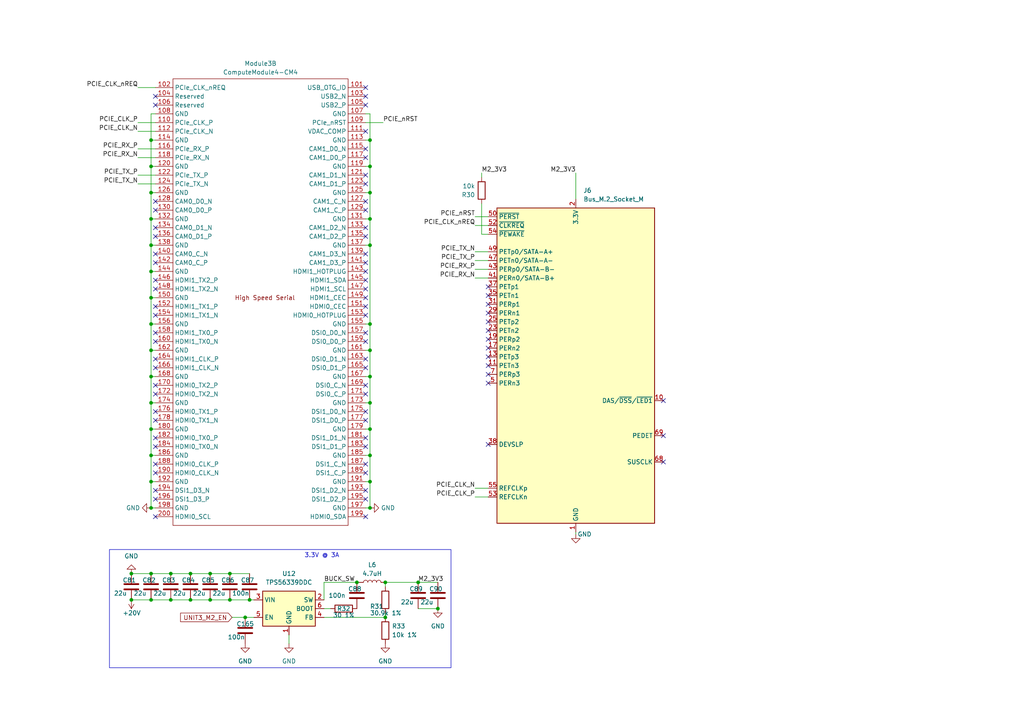
<source format=kicad_sch>
(kicad_sch (version 20231120) (generator "eeschema") (generator_version "8.0")
  (paper "A4")
  (lib_symbols
    (symbol "Connector:Bus_M.2_Socket_M"
      (property "Reference" "J" (at -22.86 46.99 0))
      (property "Value" "Bus_M.2_Socket_M" (at 16.51 46.99 0))
      (symbol "Bus_M.2_Socket_M_0_1"
        (rectangle (start -22.86 45.72) (end 22.86 -45.72) (stroke (width 0.254)) (fill (type background)))
      )
      (symbol "Bus_M.2_Socket_M_1_1"
        (pin power_in line (at 0 -48.26 90) (length 2.54) (name "GND") (number "1"))
        (pin bidirectional line (at 25.4 -10.16 180) (length 2.54) (name "DAS/~{DSS}/~{LED1}") (number "10"))
        (pin output line (at -25.4 0 0) (length 2.54) (name "PETn3") (number "11"))
        (pin passive line (at 0 48.26 270) (length 2.54) hide (name "3.3V") (number "12"))
        (pin output line (at -25.4 2.54 0) (length 2.54) (name "PETp3") (number "13"))
        (pin passive line (at 0 48.26 270) (length 2.54) hide (name "3.3V") (number "14"))
        (pin passive line (at 0 -48.26 90) (length 2.54) hide (name "GND") (number "15"))
        (pin passive line (at 0 48.26 270) (length 2.54) hide (name "3.3V") (number "16"))
        (pin input line (at -25.4 5.08 0) (length 2.54) (name "PERn2") (number "17"))
        (pin passive line (at 0 48.26 270) (length 2.54) hide (name "3.3V") (number "18"))
        (pin input line (at -25.4 7.62 0) (length 2.54) (name "PERp2") (number "19"))
        (pin power_in line (at 0 48.26 270) (length 2.54) (name "3.3V") (number "2"))
        (pin no_connect line (at 22.86 2.54 180) (length 2.54) hide (name "NC") (number "20"))
        (pin passive line (at 0 -48.26 90) (length 2.54) hide (name "GND") (number "21"))
        (pin no_connect line (at 22.86 5.08 180) (length 2.54) hide (name "NC") (number "22"))
        (pin output line (at -25.4 10.16 0) (length 2.54) (name "PETn2") (number "23"))
        (pin no_connect line (at 22.86 7.62 180) (length 2.54) hide (name "NC") (number "24"))
        (pin output line (at -25.4 12.7 0) (length 2.54) (name "PETp2") (number "25"))
        (pin no_connect line (at 22.86 10.16 180) (length 2.54) hide (name "NC") (number "26"))
        (pin passive line (at 0 -48.26 90) (length 2.54) hide (name "GND") (number "27"))
        (pin no_connect line (at 22.86 12.7 180) (length 2.54) hide (name "NC") (number "28"))
        (pin input line (at -25.4 15.24 0) (length 2.54) (name "PERn1") (number "29"))
        (pin passive line (at 0 -48.26 90) (length 2.54) hide (name "GND") (number "3"))
        (pin no_connect line (at 22.86 15.24 180) (length 2.54) hide (name "NC") (number "30"))
        (pin input line (at -25.4 17.78 0) (length 2.54) (name "PERp1") (number "31"))
        (pin no_connect line (at 22.86 17.78 180) (length 2.54) hide (name "NC") (number "32"))
        (pin passive line (at 0 -48.26 90) (length 2.54) hide (name "GND") (number "33"))
        (pin no_connect line (at 22.86 20.32 180) (length 2.54) hide (name "NC") (number "34"))
        (pin output line (at -25.4 20.32 0) (length 2.54) (name "PETn1") (number "35"))
        (pin no_connect line (at 22.86 22.86 180) (length 2.54) hide (name "NC") (number "36"))
        (pin output line (at -25.4 22.86 0) (length 2.54) (name "PETp1") (number "37"))
        (pin output line (at -25.4 -22.86 0) (length 2.54) (name "DEVSLP") (number "38"))
        (pin passive line (at 0 -48.26 90) (length 2.54) hide (name "GND") (number "39"))
        (pin passive line (at 0 48.26 270) (length 2.54) hide (name "3.3V") (number "4"))
        (pin no_connect line (at 22.86 25.4 180) (length 2.54) hide (name "NC") (number "40"))
        (pin input line (at -25.4 25.4 0) (length 2.54) (name "PERn0/SATA-B+") (number "41"))
        (pin no_connect line (at 22.86 27.94 180) (length 2.54) hide (name "NC") (number "42"))
        (pin input line (at -25.4 27.94 0) (length 2.54) (name "PERp0/SATA-B-") (number "43"))
        (pin no_connect line (at 22.86 30.48 180) (length 2.54) hide (name "NC") (number "44"))
        (pin passive line (at 0 -48.26 90) (length 2.54) hide (name "GND") (number "45"))
        (pin no_connect line (at 22.86 33.02 180) (length 2.54) hide (name "NC") (number "46"))
        (pin output line (at -25.4 30.48 0) (length 2.54) (name "PETn0/SATA-A-") (number "47"))
        (pin no_connect line (at 22.86 35.56 180) (length 2.54) hide (name "NC") (number "48"))
        (pin output line (at -25.4 33.02 0) (length 2.54) (name "PETp0/SATA-A+") (number "49"))
        (pin input line (at -25.4 -5.08 0) (length 2.54) (name "PERn3") (number "5"))
        (pin output line (at -25.4 43.18 0) (length 2.54) (name "~{PERST}") (number "50"))
        (pin passive line (at 0 -48.26 90) (length 2.54) hide (name "GND") (number "51"))
        (pin bidirectional line (at -25.4 40.64 0) (length 2.54) (name "~{CLKREQ}") (number "52"))
        (pin output line (at -25.4 -38.1 0) (length 2.54) (name "REFCLKn") (number "53"))
        (pin bidirectional line (at -25.4 38.1 0) (length 2.54) (name "~{PEWAKE}") (number "54"))
        (pin output line (at -25.4 -35.56 0) (length 2.54) (name "REFCLKp") (number "55"))
        (pin no_connect line (at 22.86 38.1 180) (length 2.54) hide (name "NC") (number "56"))
        (pin passive line (at 0 -48.26 90) (length 2.54) hide (name "GND") (number "57"))
        (pin no_connect line (at 22.86 40.64 180) (length 2.54) hide (name "NC") (number "58"))
        (pin no_connect line (at 22.86 -2.54 180) (length 2.54) hide (name "NC") (number "6"))
        (pin no_connect line (at 22.86 -5.08 180) (length 2.54) hide (name "NC") (number "67"))
        (pin output line (at 25.4 -27.94 180) (length 2.54) (name "SUSCLK") (number "68"))
        (pin passive line (at 25.4 -20.32 180) (length 2.54) (name "PEDET") (number "69"))
        (pin input line (at -25.4 -2.54 0) (length 2.54) (name "PERp3") (number "7"))
        (pin passive line (at 0 48.26 270) (length 2.54) hide (name "3.3V") (number "70"))
        (pin passive line (at 0 -48.26 90) (length 2.54) hide (name "GND") (number "71"))
        (pin passive line (at 0 48.26 270) (length 2.54) hide (name "3.3V") (number "72"))
        (pin passive line (at 0 -48.26 90) (length 2.54) hide (name "GND") (number "73"))
        (pin passive line (at 0 48.26 270) (length 2.54) hide (name "3.3V") (number "74"))
        (pin passive line (at 0 -48.26 90) (length 2.54) hide (name "GND") (number "75"))
        (pin no_connect line (at 22.86 0 180) (length 2.54) hide (name "NC") (number "8"))
        (pin passive line (at 0 -48.26 90) (length 2.54) hide (name "GND") (number "9"))
      )
    )
    (symbol "Device:C" (pin_numbers hide) (pin_names (offset 0.254))
      (property "Reference" "C" (at 0.635 2.54 0))
      (property "Value" "C" (at 0.635 -2.54 0))
      (symbol "C_0_1"
        (polyline (pts (xy -2.032 -0.762) (xy 2.032 -0.762)) (stroke (width 0.508)))
        (polyline (pts (xy -2.032 0.762) (xy 2.032 0.762)) (stroke (width 0.508)))
      )
      (symbol "C_1_1"
        (pin passive line (at 0 3.81 270) (length 2.794) (name "~") (number "1"))
        (pin passive line (at 0 -3.81 90) (length 2.794) (name "~") (number "2"))
      )
    )
    (symbol "Device:L" (pin_numbers hide) (pin_names (offset 1.016) hide)
      (property "Reference" "L" (at -1.27 0 90))
      (property "Value" "L" (at 1.905 0 90))
      (symbol "L_0_1"
        (arc (start 0 -2.54) (mid 0.6323 -1.905) (end 0 -1.27))
        (arc (start 0 -1.27) (mid 0.6323 -0.635) (end 0 0))
        (arc (start 0 0) (mid 0.6323 0.635) (end 0 1.27))
        (arc (start 0 1.27) (mid 0.6323 1.905) (end 0 2.54))
      )
      (symbol "L_1_1"
        (pin passive line (at 0 3.81 270) (length 1.27) (name "1") (number "1"))
        (pin passive line (at 0 -3.81 90) (length 1.27) (name "2") (number "2"))
      )
    )
    (symbol "Device:R" (pin_numbers hide) (pin_names (offset 0))
      (property "Reference" "R" (at 2.032 0 90))
      (property "Value" "R" (at 0 0 90))
      (symbol "R_0_1"
        (rectangle (start -1.016 -2.54) (end 1.016 2.54) (stroke (width 0.254)))
      )
      (symbol "R_1_1"
        (pin passive line (at 0 3.81 270) (length 1.27) (name "~") (number "1"))
        (pin passive line (at 0 -3.81 90) (length 1.27) (name "~") (number "2"))
      )
    )
    (symbol "Magi:+20V" (power) (pin_names (offset 0))
      (property "Value" "+20V" (at 0 3.556 0))
      (symbol "+20V_0_1"
        (polyline (pts (xy -0.762 1.27) (xy 0 2.54)))
        (polyline (pts (xy 0 0) (xy 0 2.54)))
        (polyline (pts (xy 0 2.54) (xy 0.762 1.27)))
      )
      (symbol "+20V_1_1"
        (pin power_in line (at 0 0 90) (length 0) hide (name "+20V") (number "1"))
      )
    )
    (symbol "Magi:ComputeModule4-CM4"
      (property "Reference" "Module" (at 113.03 -68.58 0))
      (property "Value" "ComputeModule4-CM4" (at 140.97 2.54 0))
      (property "Field4" "Hirose" (at 0 0 0))
      (property "Field5" "2x DF40C-100DS-0.4V" (at 0 -2.54 0))
      (symbol "ComputeModule4-CM4_1_0"
        (text "GPIO" (at 0 6.35 0) (effects (font (size 1.27 1.27))))
      )
      (symbol "ComputeModule4-CM4_1_1"
        (rectangle (start -30.48 -71.12) (end 25.4 58.42))
        (text "600mA Max" (at -8.89 -53.34 0) (effects (font (size 1.27 1.27))))
        (text "600mA Max" (at -8.89 -48.26 0) (effects (font (size 1.27 1.27))))
        (text "NB SD signals are only available" (at -1.27 -27.94 0) (effects (font (size 1.27 1.27))))
        (text "on modules without eMMC" (at -1.27 -30.48 0) (effects (font (size 1.27 1.27))))
        (pin power_in line (at 27.94 55.88 180) (length 2.54) (name "GND") (number "1"))
        (pin passive line (at -33.02 45.72 0) (length 2.54) (name "Ethernet_Pair0_N") (number "10"))
        (pin output line (at -33.02 -68.58 0) (length 2.54) (name "nEXTRST") (number "100"))
        (pin passive line (at 27.94 43.18 180) (length 2.54) (name "Ethernet_Pair2_P") (number "11"))
        (pin passive line (at -33.02 43.18 0) (length 2.54) (name "Ethernet_Pair0_P") (number "12"))
        (pin power_in line (at 27.94 40.64 180) (length 2.54) (name "GND") (number "13"))
        (pin power_in line (at -33.02 40.64 0) (length 2.54) (name "GND") (number "14"))
        (pin output line (at 27.94 38.1 180) (length 2.54) (name "Ethernet_nLED3(3.3v)") (number "15"))
        (pin input line (at -33.02 38.1 0) (length 2.54) (name "Ethernet_SYNC_IN(1.8v)") (number "16"))
        (pin output line (at 27.94 35.56 180) (length 2.54) (name "Ethernet_nLED2(3.3v)") (number "17"))
        (pin input line (at -33.02 35.56 0) (length 2.54) (name "Ethernet_SYNC_OUT(1.8v)") (number "18"))
        (pin output line (at 27.94 33.02 180) (length 2.54) (name "Ethernet_nLED1(3.3v)") (number "19"))
        (pin power_in line (at -33.02 55.88 0) (length 2.54) (name "GND") (number "2"))
        (pin passive line (at -33.02 33.02 0) (length 2.54) (name "EEPROM_nWP") (number "20"))
        (pin open_collector line (at 27.94 30.48 180) (length 2.54) (name "PI_nLED_Activity") (number "21"))
        (pin power_in line (at -33.02 30.48 0) (length 2.54) (name "GND") (number "22"))
        (pin power_in line (at 27.94 27.94 180) (length 2.54) (name "GND") (number "23"))
        (pin passive line (at -33.02 27.94 0) (length 2.54) (name "GPIO26") (number "24"))
        (pin passive line (at 27.94 25.4 180) (length 2.54) (name "GPIO21") (number "25"))
        (pin passive line (at -33.02 25.4 0) (length 2.54) (name "GPIO19") (number "26"))
        (pin passive line (at 27.94 22.86 180) (length 2.54) (name "GPIO20") (number "27"))
        (pin passive line (at -33.02 22.86 0) (length 2.54) (name "GPIO13") (number "28"))
        (pin passive line (at 27.94 20.32 180) (length 2.54) (name "GPIO16") (number "29"))
        (pin passive line (at 27.94 53.34 180) (length 2.54) (name "Ethernet_Pair3_P") (number "3"))
        (pin passive line (at -33.02 20.32 0) (length 2.54) (name "GPIO6") (number "30"))
        (pin passive line (at 27.94 17.78 180) (length 2.54) (name "GPIO12") (number "31"))
        (pin power_in line (at -33.02 17.78 0) (length 2.54) (name "GND") (number "32"))
        (pin power_in line (at 27.94 15.24 180) (length 2.54) (name "GND") (number "33"))
        (pin passive line (at -33.02 15.24 0) (length 2.54) (name "GPIO5") (number "34"))
        (pin passive line (at 27.94 12.7 180) (length 2.54) (name "ID_SC") (number "35"))
        (pin passive line (at -33.02 12.7 0) (length 2.54) (name "ID_SD") (number "36"))
        (pin passive line (at 27.94 10.16 180) (length 2.54) (name "GPIO7") (number "37"))
        (pin passive line (at -33.02 10.16 0) (length 2.54) (name "GPIO11") (number "38"))
        (pin passive line (at 27.94 7.62 180) (length 2.54) (name "GPIO8") (number "39"))
        (pin passive line (at -33.02 53.34 0) (length 2.54) (name "Ethernet_Pair1_P") (number "4"))
        (pin passive line (at -33.02 7.62 0) (length 2.54) (name "GPIO9") (number "40"))
        (pin passive line (at 27.94 5.08 180) (length 2.54) (name "GPIO25") (number "41"))
        (pin power_in line (at -33.02 5.08 0) (length 2.54) (name "GND") (number "42"))
        (pin power_in line (at 27.94 2.54 180) (length 2.54) (name "GND") (number "43"))
        (pin passive line (at -33.02 2.54 0) (length 2.54) (name "GPIO10") (number "44"))
        (pin passive line (at 27.94 0 180) (length 2.54) (name "GPIO24") (number "45"))
        (pin passive line (at -33.02 0 0) (length 2.54) (name "GPIO22") (number "46"))
        (pin passive line (at 27.94 -2.54 180) (length 2.54) (name "GPIO23") (number "47"))
        (pin passive line (at -33.02 -2.54 0) (length 2.54) (name "GPIO27") (number "48"))
        (pin passive line (at 27.94 -5.08 180) (length 2.54) (name "GPIO18") (number "49"))
        (pin passive line (at 27.94 50.8 180) (length 2.54) (name "Ethernet_Pair3_N") (number "5"))
        (pin passive line (at -33.02 -5.08 0) (length 2.54) (name "GPIO17") (number "50"))
        (pin passive line (at 27.94 -7.62 180) (length 2.54) (name "GPIO15") (number "51"))
        (pin power_in line (at -33.02 -7.62 0) (length 2.54) (name "GND") (number "52"))
        (pin power_in line (at 27.94 -10.16 180) (length 2.54) (name "GND") (number "53"))
        (pin passive line (at -33.02 -10.16 0) (length 2.54) (name "GPIO4") (number "54"))
        (pin passive line (at 27.94 -12.7 180) (length 2.54) (name "GPIO14") (number "55"))
        (pin passive line (at -33.02 -12.7 0) (length 2.54) (name "GPIO3") (number "56"))
        (pin passive line (at 27.94 -15.24 180) (length 2.54) (name "SD_CLK") (number "57"))
        (pin passive line (at -33.02 -15.24 0) (length 2.54) (name "GPIO2") (number "58"))
        (pin power_in line (at 27.94 -17.78 180) (length 2.54) (name "GND") (number "59"))
        (pin passive line (at -33.02 50.8 0) (length 2.54) (name "Ethernet_Pair1_N") (number "6"))
        (pin power_in line (at -33.02 -17.78 0) (length 2.54) (name "GND") (number "60"))
        (pin passive line (at 27.94 -20.32 180) (length 2.54) (name "SD_DAT3") (number "61"))
        (pin passive line (at -33.02 -20.32 0) (length 2.54) (name "SD_CMD") (number "62"))
        (pin passive line (at 27.94 -22.86 180) (length 2.54) (name "SD_DAT0") (number "63"))
        (pin passive line (at -33.02 -22.86 0) (length 2.54) (name "SD_DAT5") (number "64"))
        (pin power_in line (at 27.94 -25.4 180) (length 2.54) (name "GND") (number "65"))
        (pin power_in line (at -33.02 -25.4 0) (length 2.54) (name "GND") (number "66"))
        (pin passive line (at 27.94 -27.94 180) (length 2.54) (name "SD_DAT1") (number "67"))
        (pin passive line (at -33.02 -27.94 0) (length 2.54) (name "SD_DAT4") (number "68"))
        (pin passive line (at 27.94 -30.48 180) (length 2.54) (name "SD_DAT2") (number "69"))
        (pin power_in line (at 27.94 48.26 180) (length 2.54) (name "GND") (number "7"))
        (pin passive line (at -33.02 -30.48 0) (length 2.54) (name "SD_DAT7") (number "70"))
        (pin power_in line (at 27.94 -33.02 180) (length 2.54) (name "GND") (number "71"))
        (pin passive line (at -33.02 -33.02 0) (length 2.54) (name "SD_DAT6") (number "72"))
        (pin input line (at 27.94 -35.56 180) (length 2.54) (name "SD_VDD_Override") (number "73"))
        (pin power_in line (at -33.02 -35.56 0) (length 2.54) (name "GND") (number "74"))
        (pin output line (at 27.94 -38.1 180) (length 2.54) (name "SD_PWR_ON") (number "75"))
        (pin passive line (at -33.02 -38.1 0) (length 2.54) (name "Reserved") (number "76"))
        (pin power_in line (at 27.94 -40.64 180) (length 2.54) (name "+5v_(Input)") (number "77"))
        (pin power_in line (at -33.02 -40.64 0) (length 2.54) (name "GPIO_VREF(1.8v/3.3v_Input)") (number "78"))
        (pin power_in line (at 27.94 -43.18 180) (length 2.54) (name "+5v_(Input)") (number "79"))
        (pin power_in line (at -33.02 48.26 0) (length 2.54) (name "GND") (number "8"))
        (pin passive line (at -33.02 -43.18 0) (length 2.54) (name "SCL0") (number "80"))
        (pin power_in line (at 27.94 -45.72 180) (length 2.54) (name "+5v_(Input)") (number "81"))
        (pin passive line (at -33.02 -45.72 0) (length 2.54) (name "SDA0") (number "82"))
        (pin power_in line (at 27.94 -48.26 180) (length 2.54) (name "+5v_(Input)") (number "83"))
        (pin power_out line (at -33.02 -48.26 0) (length 2.54) (name "+3.3v_(Output)") (number "84"))
        (pin power_in line (at 27.94 -50.8 180) (length 2.54) (name "+5v_(Input)") (number "85"))
        (pin power_out line (at -33.02 -50.8 0) (length 2.54) (name "+3.3v_(Output)") (number "86"))
        (pin power_in line (at 27.94 -53.34 180) (length 2.54) (name "+5v_(Input)") (number "87"))
        (pin power_out line (at -33.02 -53.34 0) (length 2.54) (name "+1.8v_(Output)") (number "88"))
        (pin power_in line (at 27.94 -55.88 180) (length 2.54) (name "WiFi_nDisable") (number "89"))
        (pin passive line (at 27.94 45.72 180) (length 2.54) (name "Ethernet_Pair2_N") (number "9"))
        (pin power_out line (at -33.02 -55.88 0) (length 2.54) (name "+1.8v_(Output)") (number "90"))
        (pin power_in line (at 27.94 -58.42 180) (length 2.54) (name "BT_nDisable") (number "91"))
        (pin passive line (at -33.02 -58.42 0) (length 2.54) (name "RUN_PG") (number "92"))
        (pin input line (at 27.94 -60.96 180) (length 2.54) (name "nRPIBOOT") (number "93"))
        (pin passive line (at -33.02 -60.96 0) (length 2.54) (name "AnalogIP1") (number "94"))
        (pin output line (at 27.94 -63.5 180) (length 2.54) (name "nPI_LED_PWR") (number "95"))
        (pin passive line (at -33.02 -63.5 0) (length 2.54) (name "AnalogIP0") (number "96"))
        (pin passive line (at 27.94 -66.04 180) (length 2.54) (name "Camera_GPIO") (number "97"))
        (pin power_in line (at -33.02 -66.04 0) (length 2.54) (name "GND") (number "98"))
        (pin input line (at 27.94 -68.58 180) (length 2.54) (name "Global_EN") (number "99"))
      )
      (symbol "ComputeModule4-CM4_2_1"
        (rectangle (start 114.3 -66.04) (end 165.1 63.5))
        (text "High Speed Serial" (at 140.97 0 0) (effects (font (size 1.27 1.27))))
        (pin input line (at 170.18 60.96 180) (length 5.08) (name "USB_OTG_ID") (number "101"))
        (pin input line (at 109.22 60.96 0) (length 5.08) (name "PCIe_CLK_nREQ") (number "102"))
        (pin passive line (at 170.18 58.42 180) (length 5.08) (name "USB2_N") (number "103"))
        (pin passive line (at 109.22 58.42 0) (length 5.08) (name "Reserved") (number "104"))
        (pin passive line (at 170.18 55.88 180) (length 5.08) (name "USB2_P") (number "105"))
        (pin passive line (at 109.22 55.88 0) (length 5.08) (name "Reserved") (number "106"))
        (pin power_in line (at 170.18 53.34 180) (length 5.08) (name "GND") (number "107"))
        (pin power_in line (at 109.22 53.34 0) (length 5.08) (name "GND") (number "108"))
        (pin bidirectional line (at 170.18 50.8 180) (length 5.08) (name "PCIe_nRST") (number "109"))
        (pin output line (at 109.22 50.8 0) (length 5.08) (name "PCIe_CLK_P") (number "110"))
        (pin passive line (at 170.18 48.26 180) (length 5.08) (name "VDAC_COMP") (number "111"))
        (pin output line (at 109.22 48.26 0) (length 5.08) (name "PCIe_CLK_N") (number "112"))
        (pin power_in line (at 170.18 45.72 180) (length 5.08) (name "GND") (number "113"))
        (pin power_in line (at 109.22 45.72 0) (length 5.08) (name "GND") (number "114"))
        (pin input line (at 170.18 43.18 180) (length 5.08) (name "CAM1_D0_N") (number "115"))
        (pin input line (at 109.22 43.18 0) (length 5.08) (name "PCIe_RX_P") (number "116"))
        (pin input line (at 170.18 40.64 180) (length 5.08) (name "CAM1_D0_P") (number "117"))
        (pin input line (at 109.22 40.64 0) (length 5.08) (name "PCIe_RX_N") (number "118"))
        (pin power_in line (at 170.18 38.1 180) (length 5.08) (name "GND") (number "119"))
        (pin power_in line (at 109.22 38.1 0) (length 5.08) (name "GND") (number "120"))
        (pin input line (at 170.18 35.56 180) (length 5.08) (name "CAM1_D1_N") (number "121"))
        (pin output line (at 109.22 35.56 0) (length 5.08) (name "PCIe_TX_P") (number "122"))
        (pin input line (at 170.18 33.02 180) (length 5.08) (name "CAM1_D1_P") (number "123"))
        (pin output line (at 109.22 33.02 0) (length 5.08) (name "PCIe_TX_N") (number "124"))
        (pin power_in line (at 170.18 30.48 180) (length 5.08) (name "GND") (number "125"))
        (pin power_in line (at 109.22 30.48 0) (length 5.08) (name "GND") (number "126"))
        (pin input line (at 170.18 27.94 180) (length 5.08) (name "CAM1_C_N") (number "127"))
        (pin input line (at 109.22 27.94 0) (length 5.08) (name "CAM0_D0_N") (number "128"))
        (pin input line (at 170.18 25.4 180) (length 5.08) (name "CAM1_C_P") (number "129"))
        (pin input line (at 109.22 25.4 0) (length 5.08) (name "CAM0_D0_P") (number "130"))
        (pin power_in line (at 170.18 22.86 180) (length 5.08) (name "GND") (number "131"))
        (pin power_in line (at 109.22 22.86 0) (length 5.08) (name "GND") (number "132"))
        (pin input line (at 170.18 20.32 180) (length 5.08) (name "CAM1_D2_N") (number "133"))
        (pin input line (at 109.22 20.32 0) (length 5.08) (name "CAM0_D1_N") (number "134"))
        (pin input line (at 170.18 17.78 180) (length 5.08) (name "CAM1_D2_P") (number "135"))
        (pin input line (at 109.22 17.78 0) (length 5.08) (name "CAM0_D1_P") (number "136"))
        (pin power_in line (at 170.18 15.24 180) (length 5.08) (name "GND") (number "137"))
        (pin power_in line (at 109.22 15.24 0) (length 5.08) (name "GND") (number "138"))
        (pin input line (at 170.18 12.7 180) (length 5.08) (name "CAM1_D3_N") (number "139"))
        (pin input line (at 109.22 12.7 0) (length 5.08) (name "CAM0_C_N") (number "140"))
        (pin input line (at 170.18 10.16 180) (length 5.08) (name "CAM1_D3_P") (number "141"))
        (pin input line (at 109.22 10.16 0) (length 5.08) (name "CAM0_C_P") (number "142"))
        (pin input line (at 170.18 7.62 180) (length 5.08) (name "HDMI1_HOTPLUG") (number "143"))
        (pin power_in line (at 109.22 7.62 0) (length 5.08) (name "GND") (number "144"))
        (pin bidirectional line (at 170.18 5.08 180) (length 5.08) (name "HDMI1_SDA") (number "145"))
        (pin output line (at 109.22 5.08 0) (length 5.08) (name "HDMI1_TX2_P") (number "146"))
        (pin open_collector line (at 170.18 2.54 180) (length 5.08) (name "HDMI1_SCL") (number "147"))
        (pin output line (at 109.22 2.54 0) (length 5.08) (name "HDMI1_TX2_N") (number "148"))
        (pin open_collector line (at 170.18 0 180) (length 5.08) (name "HDMI1_CEC") (number "149"))
        (pin power_in line (at 109.22 0 0) (length 5.08) (name "GND") (number "150"))
        (pin open_collector line (at 170.18 -2.54 180) (length 5.08) (name "HDMI0_CEC") (number "151"))
        (pin output line (at 109.22 -2.54 0) (length 5.08) (name "HDMI1_TX1_P") (number "152"))
        (pin input line (at 170.18 -5.08 180) (length 5.08) (name "HDMI0_HOTPLUG") (number "153"))
        (pin output line (at 109.22 -5.08 0) (length 5.08) (name "HDMI1_TX1_N") (number "154"))
        (pin power_in line (at 170.18 -7.62 180) (length 5.08) (name "GND") (number "155"))
        (pin power_in line (at 109.22 -7.62 0) (length 5.08) (name "GND") (number "156"))
        (pin output line (at 170.18 -10.16 180) (length 5.08) (name "DSI0_D0_N") (number "157"))
        (pin output line (at 109.22 -10.16 0) (length 5.08) (name "HDMI1_TX0_P") (number "158"))
        (pin output line (at 170.18 -12.7 180) (length 5.08) (name "DSI0_D0_P") (number "159"))
        (pin output line (at 109.22 -12.7 0) (length 5.08) (name "HDMI1_TX0_N") (number "160"))
        (pin power_in line (at 170.18 -15.24 180) (length 5.08) (name "GND") (number "161"))
        (pin power_in line (at 109.22 -15.24 0) (length 5.08) (name "GND") (number "162"))
        (pin output line (at 170.18 -17.78 180) (length 5.08) (name "DSI0_D1_N") (number "163"))
        (pin output line (at 109.22 -17.78 0) (length 5.08) (name "HDMI1_CLK_P") (number "164"))
        (pin output line (at 170.18 -20.32 180) (length 5.08) (name "DSI0_D1_P") (number "165"))
        (pin output line (at 109.22 -20.32 0) (length 5.08) (name "HDMI1_CLK_N") (number "166"))
        (pin power_in line (at 170.18 -22.86 180) (length 5.08) (name "GND") (number "167"))
        (pin power_in line (at 109.22 -22.86 0) (length 5.08) (name "GND") (number "168"))
        (pin output line (at 170.18 -25.4 180) (length 5.08) (name "DSI0_C_N") (number "169"))
        (pin output line (at 109.22 -25.4 0) (length 5.08) (name "HDMI0_TX2_P") (number "170"))
        (pin output line (at 170.18 -27.94 180) (length 5.08) (name "DSI0_C_P") (number "171"))
        (pin output line (at 109.22 -27.94 0) (length 5.08) (name "HDMI0_TX2_N") (number "172"))
        (pin power_in line (at 170.18 -30.48 180) (length 5.08) (name "GND") (number "173"))
        (pin power_in line (at 109.22 -30.48 0) (length 5.08) (name "GND") (number "174"))
        (pin output line (at 170.18 -33.02 180) (length 5.08) (name "DSI1_D0_N") (number "175"))
        (pin output line (at 109.22 -33.02 0) (length 5.08) (name "HDMI0_TX1_P") (number "176"))
        (pin output line (at 170.18 -35.56 180) (length 5.08) (name "DSI1_D0_P") (number "177"))
        (pin output line (at 109.22 -35.56 0) (length 5.08) (name "HDMI0_TX1_N") (number "178"))
        (pin power_in line (at 170.18 -38.1 180) (length 5.08) (name "GND") (number "179"))
        (pin power_in line (at 109.22 -38.1 0) (length 5.08) (name "GND") (number "180"))
        (pin output line (at 170.18 -40.64 180) (length 5.08) (name "DSI1_D1_N") (number "181"))
        (pin output line (at 109.22 -40.64 0) (length 5.08) (name "HDMI0_TX0_P") (number "182"))
        (pin output line (at 170.18 -43.18 180) (length 5.08) (name "DSI1_D1_P") (number "183"))
        (pin output line (at 109.22 -43.18 0) (length 5.08) (name "HDMI0_TX0_N") (number "184"))
        (pin power_in line (at 170.18 -45.72 180) (length 5.08) (name "GND") (number "185"))
        (pin power_in line (at 109.22 -45.72 0) (length 5.08) (name "GND") (number "186"))
        (pin output line (at 170.18 -48.26 180) (length 5.08) (name "DSI1_C_N") (number "187"))
        (pin output line (at 109.22 -48.26 0) (length 5.08) (name "HDMI0_CLK_P") (number "188"))
        (pin output line (at 170.18 -50.8 180) (length 5.08) (name "DSI1_C_P") (number "189"))
        (pin output line (at 109.22 -50.8 0) (length 5.08) (name "HDMI0_CLK_N") (number "190"))
        (pin power_in line (at 170.18 -53.34 180) (length 5.08) (name "GND") (number "191"))
        (pin power_in line (at 109.22 -53.34 0) (length 5.08) (name "GND") (number "192"))
        (pin output line (at 170.18 -55.88 180) (length 5.08) (name "DSI1_D2_N") (number "193"))
        (pin output line (at 109.22 -55.88 0) (length 5.08) (name "DSI1_D3_N") (number "194"))
        (pin output line (at 170.18 -58.42 180) (length 5.08) (name "DSI1_D2_P") (number "195"))
        (pin output line (at 109.22 -58.42 0) (length 5.08) (name "DSI1_D3_P") (number "196"))
        (pin power_in line (at 170.18 -60.96 180) (length 5.08) (name "GND") (number "197"))
        (pin power_in line (at 109.22 -60.96 0) (length 5.08) (name "GND") (number "198"))
        (pin bidirectional line (at 170.18 -63.5 180) (length 5.08) (name "HDMI0_SDA") (number "199"))
        (pin open_collector line (at 109.22 -63.5 0) (length 5.08) (name "HDMI0_SCL") (number "200"))
      )
    )
    (symbol "Regulator_Switching:TPS56339DDC"
      (property "Reference" "U" (at -7.62 6.35 0))
      (property "Value" "TPS56339DDC" (at -2.54 6.35 0))
      (symbol "TPS56339DDC_0_1"
        (rectangle (start -7.62 5.08) (end 7.62 -5.08) (stroke (width 0.254)) (fill (type background)))
      )
      (symbol "TPS56339DDC_1_1"
        (pin power_in line (at 0 -7.62 90) (length 2.54) (name "GND") (number "1"))
        (pin power_out line (at 10.16 2.54 180) (length 2.54) (name "SW") (number "2"))
        (pin power_in line (at -10.16 2.54 0) (length 2.54) (name "VIN") (number "3"))
        (pin input line (at 10.16 -2.54 180) (length 2.54) (name "FB") (number "4"))
        (pin input line (at -10.16 -2.54 0) (length 2.54) (name "EN") (number "5"))
        (pin passive line (at 10.16 0 180) (length 2.54) (name "BOOT") (number "6"))
      )
    )
    (symbol "power:GND" (power) (pin_names (offset 0))
      (property "Value" "GND" (at 0 -3.81 0))
      (symbol "GND_0_1"
        (polyline (pts (xy 0 0) (xy 0 -1.27) (xy 1.27 -1.27) (xy 0 -2.54) (xy -1.27 -1.27) (xy 0 -1.27)))
      )
      (symbol "GND_1_1"
        (pin power_in line (at 0 0 270) (length 0) hide (name "GND") (number "1"))
      )
    )
  )
  (junction (at 49.53 166.37))
  (junction (at 107.315 63.5))
  (junction (at 103.505 168.91))
  (junction (at 43.815 55.88))
  (junction (at 43.815 109.22))
  (junction (at 43.815 166.37))
  (junction (at 43.815 93.98))
  (junction (at 38.1 173.99))
  (junction (at 43.815 86.36))
  (junction (at 107.315 147.32))
  (junction (at 38.1 166.37))
  (junction (at 43.815 147.32))
  (junction (at 43.815 139.7))
  (junction (at 43.815 40.64))
  (junction (at 60.96 166.37))
  (junction (at 60.96 173.99))
  (junction (at 71.12 179.07))
  (junction (at 107.315 48.26))
  (junction (at 43.815 132.08))
  (junction (at 107.315 116.84))
  (junction (at 107.315 40.64))
  (junction (at 107.315 124.46))
  (junction (at 107.315 132.08))
  (junction (at 107.315 55.88))
  (junction (at 43.815 116.84))
  (junction (at 43.815 78.74))
  (junction (at 43.815 173.99))
  (junction (at 55.245 173.99))
  (junction (at 107.315 101.6))
  (junction (at 43.815 63.5))
  (junction (at 107.315 109.22))
  (junction (at 49.53 173.99))
  (junction (at 43.815 124.46))
  (junction (at 72.39 173.99))
  (junction (at 107.315 139.7))
  (junction (at 127 176.53))
  (junction (at 107.315 71.12))
  (junction (at 121.285 168.91))
  (junction (at 111.76 179.07))
  (junction (at 43.815 71.12))
  (junction (at 107.315 93.98))
  (junction (at 55.245 166.37))
  (junction (at 43.815 48.26))
  (junction (at 111.76 168.91))
  (junction (at 43.815 101.6))
  (junction (at 66.675 166.37))
  (junction (at 66.675 173.99))
  (no_connect (at 141.605 128.905))
  (no_connect (at 141.605 106.045))
  (no_connect (at 106.045 104.14))
  (no_connect (at 45.085 111.76))
  (no_connect (at 45.085 66.04))
  (no_connect (at 106.045 96.52))
  (no_connect (at 106.045 144.78))
  (no_connect (at 141.605 103.505))
  (no_connect (at 106.045 88.9))
  (no_connect (at 141.605 108.585))
  (no_connect (at 45.085 96.52))
  (no_connect (at 192.405 116.205))
  (no_connect (at 192.405 133.985))
  (no_connect (at 106.045 81.28))
  (no_connect (at 141.605 111.125))
  (no_connect (at 106.045 58.42))
  (no_connect (at 106.045 134.62))
  (no_connect (at 106.045 106.68))
  (no_connect (at 106.045 38.1))
  (no_connect (at 141.605 85.725))
  (no_connect (at 45.085 142.24))
  (no_connect (at 106.045 91.44))
  (no_connect (at 45.085 76.2))
  (no_connect (at 106.045 76.2))
  (no_connect (at 106.045 66.04))
  (no_connect (at 106.045 73.66))
  (no_connect (at 106.045 78.74))
  (no_connect (at 106.045 127))
  (no_connect (at 141.605 98.425))
  (no_connect (at 106.045 43.18))
  (no_connect (at 106.045 114.3))
  (no_connect (at 45.085 91.44))
  (no_connect (at 141.605 83.185))
  (no_connect (at 106.045 45.72))
  (no_connect (at 45.085 58.42))
  (no_connect (at 106.045 30.48))
  (no_connect (at 106.045 119.38))
  (no_connect (at 106.045 50.8))
  (no_connect (at 45.085 27.94))
  (no_connect (at 192.405 126.365))
  (no_connect (at 106.045 111.76))
  (no_connect (at 141.605 90.805))
  (no_connect (at 45.085 149.86))
  (no_connect (at 141.605 88.265))
  (no_connect (at 106.045 68.58))
  (no_connect (at 141.605 100.965))
  (no_connect (at 45.085 137.16))
  (no_connect (at 45.085 127))
  (no_connect (at 45.085 114.3))
  (no_connect (at 106.045 25.4))
  (no_connect (at 45.085 88.9))
  (no_connect (at 45.085 144.78))
  (no_connect (at 45.085 129.54))
  (no_connect (at 45.085 121.92))
  (no_connect (at 141.605 93.345))
  (no_connect (at 106.045 99.06))
  (no_connect (at 45.085 60.96))
  (no_connect (at 45.085 73.66))
  (no_connect (at 106.045 53.34))
  (no_connect (at 106.045 142.24))
  (no_connect (at 106.045 60.96))
  (no_connect (at 106.045 149.86))
  (no_connect (at 106.045 86.36))
  (no_connect (at 106.045 137.16))
  (no_connect (at 45.085 83.82))
  (no_connect (at 45.085 106.68))
  (no_connect (at 106.045 121.92))
  (no_connect (at 141.605 95.885))
  (no_connect (at 106.045 129.54))
  (no_connect (at 45.085 30.48))
  (no_connect (at 45.085 68.58))
  (no_connect (at 45.085 134.62))
  (no_connect (at 106.045 27.94))
  (no_connect (at 45.085 104.14))
  (no_connect (at 106.045 83.82))
  (no_connect (at 45.085 119.38))
  (no_connect (at 45.085 81.28))
  (no_connect (at 45.085 99.06))
  (wire (pts (xy 43.815 116.84) (xy 45.085 116.84)))
  (wire (pts (xy 107.315 71.12) (xy 107.315 93.98)))
  (wire (pts (xy 60.96 173.99) (xy 66.675 173.99)))
  (wire (pts (xy 55.245 166.37) (xy 60.96 166.37)))
  (wire (pts (xy 43.815 101.6) (xy 45.085 101.6)))
  (wire (pts (xy 106.045 101.6) (xy 107.315 101.6)))
  (wire (pts (xy 106.045 147.32) (xy 107.315 147.32)))
  (wire (pts (xy 43.815 86.36) (xy 45.085 86.36)))
  (wire (pts (xy 107.315 33.02) (xy 107.315 40.64)))
  (wire (pts (xy 43.815 93.98) (xy 43.815 101.6)))
  (wire (pts (xy 106.045 40.64) (xy 107.315 40.64)))
  (wire (pts (xy 93.98 168.91) (xy 103.505 168.91)))
  (wire (pts (xy 106.045 48.26) (xy 107.315 48.26)))
  (wire (pts (xy 106.045 109.22) (xy 107.315 109.22)))
  (wire (pts (xy 83.82 186.69) (xy 83.82 184.15)))
  (wire (pts (xy 67.31 179.07) (xy 71.12 179.07)))
  (wire (pts (xy 55.245 173.99) (xy 60.96 173.99)))
  (wire (pts (xy 71.12 179.07) (xy 73.66 179.07)))
  (wire (pts (xy 137.795 144.145) (xy 141.605 144.145)))
  (wire (pts (xy 106.045 139.7) (xy 107.315 139.7)))
  (wire (pts (xy 43.815 48.26) (xy 43.815 55.88)))
  (wire (pts (xy 106.045 116.84) (xy 107.315 116.84)))
  (wire (pts (xy 43.815 78.74) (xy 43.815 86.36)))
  (wire (pts (xy 137.795 73.025) (xy 141.605 73.025)))
  (wire (pts (xy 43.815 109.22) (xy 45.085 109.22)))
  (wire (pts (xy 93.98 179.07) (xy 111.76 179.07)))
  (wire (pts (xy 66.675 173.99) (xy 72.39 173.99)))
  (wire (pts (xy 107.315 48.26) (xy 107.315 55.88)))
  (wire (pts (xy 111.76 170.18) (xy 111.76 168.91)))
  (wire (pts (xy 40.005 50.8) (xy 45.085 50.8)))
  (wire (pts (xy 43.815 55.88) (xy 45.085 55.88)))
  (wire (pts (xy 43.815 40.64) (xy 43.815 48.26)))
  (wire (pts (xy 43.815 139.7) (xy 45.085 139.7)))
  (wire (pts (xy 107.315 116.84) (xy 107.315 124.46)))
  (wire (pts (xy 43.815 93.98) (xy 45.085 93.98)))
  (wire (pts (xy 107.315 139.7) (xy 107.315 147.32)))
  (wire (pts (xy 137.795 80.645) (xy 141.605 80.645)))
  (wire (pts (xy 43.815 101.6) (xy 43.815 109.22)))
  (wire (pts (xy 40.005 38.1) (xy 45.085 38.1)))
  (wire (pts (xy 49.53 173.99) (xy 55.245 173.99)))
  (wire (pts (xy 43.815 147.32) (xy 45.085 147.32)))
  (wire (pts (xy 107.315 124.46) (xy 107.315 132.08)))
  (wire (pts (xy 167.005 50.165) (xy 167.005 57.785)))
  (wire (pts (xy 106.045 124.46) (xy 107.315 124.46)))
  (wire (pts (xy 40.005 53.34) (xy 45.085 53.34)))
  (wire (pts (xy 106.045 33.02) (xy 107.315 33.02)))
  (wire (pts (xy 43.815 63.5) (xy 45.085 63.5)))
  (wire (pts (xy 137.795 141.605) (xy 141.605 141.605)))
  (wire (pts (xy 111.125 35.56) (xy 106.045 35.56)))
  (wire (pts (xy 93.98 168.91) (xy 93.98 173.99)))
  (wire (pts (xy 43.815 40.64) (xy 45.085 40.64)))
  (wire (pts (xy 139.7 59.055) (xy 139.7 67.945)))
  (wire (pts (xy 106.045 71.12) (xy 107.315 71.12)))
  (wire (pts (xy 43.815 173.99) (xy 49.53 173.99)))
  (wire (pts (xy 139.7 67.945) (xy 141.605 67.945)))
  (wire (pts (xy 121.285 168.91) (xy 127 168.91)))
  (wire (pts (xy 43.815 132.08) (xy 43.815 139.7)))
  (wire (pts (xy 43.815 86.36) (xy 43.815 93.98)))
  (wire (pts (xy 43.815 63.5) (xy 43.815 71.12)))
  (wire (pts (xy 95.885 176.53) (xy 93.98 176.53)))
  (wire (pts (xy 43.815 109.22) (xy 43.815 116.84)))
  (wire (pts (xy 72.39 173.99) (xy 73.66 173.99)))
  (wire (pts (xy 107.315 101.6) (xy 107.315 109.22)))
  (wire (pts (xy 139.7 50.165) (xy 139.7 51.435)))
  (wire (pts (xy 106.045 132.08) (xy 107.315 132.08)))
  (wire (pts (xy 121.285 176.53) (xy 127 176.53)))
  (wire (pts (xy 107.315 55.88) (xy 107.315 63.5)))
  (wire (pts (xy 107.315 93.98) (xy 107.315 101.6)))
  (wire (pts (xy 43.815 71.12) (xy 45.085 71.12)))
  (wire (pts (xy 40.005 25.4) (xy 45.085 25.4)))
  (wire (pts (xy 111.76 168.91) (xy 121.285 168.91)))
  (wire (pts (xy 43.815 48.26) (xy 45.085 48.26)))
  (wire (pts (xy 107.315 109.22) (xy 107.315 116.84)))
  (wire (pts (xy 167.005 154.94) (xy 167.005 154.305)))
  (wire (pts (xy 45.085 33.02) (xy 43.815 33.02)))
  (wire (pts (xy 106.045 63.5) (xy 107.315 63.5)))
  (wire (pts (xy 43.815 132.08) (xy 45.085 132.08)))
  (wire (pts (xy 137.795 75.565) (xy 141.605 75.565)))
  (wire (pts (xy 106.045 55.88) (xy 107.315 55.88)))
  (wire (pts (xy 43.815 71.12) (xy 43.815 78.74)))
  (wire (pts (xy 137.795 65.405) (xy 141.605 65.405)))
  (wire (pts (xy 43.815 78.74) (xy 45.085 78.74)))
  (wire (pts (xy 43.815 33.02) (xy 43.815 40.64)))
  (wire (pts (xy 38.1 173.99) (xy 43.815 173.99)))
  (wire (pts (xy 111.76 179.07) (xy 111.76 177.8)))
  (wire (pts (xy 66.675 166.37) (xy 72.39 166.37)))
  (wire (pts (xy 38.1 166.37) (xy 43.815 166.37)))
  (wire (pts (xy 43.815 124.46) (xy 45.085 124.46)))
  (wire (pts (xy 107.315 132.08) (xy 107.315 139.7)))
  (wire (pts (xy 40.005 45.72) (xy 45.085 45.72)))
  (wire (pts (xy 43.815 116.84) (xy 43.815 124.46)))
  (wire (pts (xy 137.795 62.865) (xy 141.605 62.865)))
  (wire (pts (xy 43.815 166.37) (xy 49.53 166.37)))
  (wire (pts (xy 40.005 35.56) (xy 45.085 35.56)))
  (wire (pts (xy 60.96 166.37) (xy 66.675 166.37)))
  (wire (pts (xy 43.815 124.46) (xy 43.815 132.08)))
  (wire (pts (xy 43.815 139.7) (xy 43.815 147.32)))
  (wire (pts (xy 107.315 63.5) (xy 107.315 71.12)))
  (wire (pts (xy 43.815 55.88) (xy 43.815 63.5)))
  (wire (pts (xy 103.505 168.91) (xy 104.14 168.91)))
  (wire (pts (xy 49.53 166.37) (xy 55.245 166.37)))
  (wire (pts (xy 40.005 43.18) (xy 45.085 43.18)))
  (wire (pts (xy 107.315 40.64) (xy 107.315 48.26)))
  (wire (pts (xy 106.045 93.98) (xy 107.315 93.98)))
  (wire (pts (xy 137.795 78.105) (xy 141.605 78.105)))
  (rectangle (start 31.75 159.385) (end 130.81 193.675))
  (text "3.3V @ 3A" (at 88.265 161.925 0) (effects (font (size 1.27 1.27)) (justify left bottom)))
  (label "PCIE_TX_N" (at 40.005 53.34 180))
  (label "PCIE_CLK_N" (at 137.795 141.605 180))
  (label "PCIE_TX_P" (at 137.795 75.565 180))
  (label "PCIE_nRST" (at 111.125 35.56 0))
  (label "PCIE_RX_N" (at 40.005 45.72 180))
  (label "PCIE_TX_P" (at 40.005 50.8 180))
  (label "PCIE_CLK_N" (at 40.005 38.1 180))
  (label "BUCK_SW" (at 93.98 168.91 0))
  (label "PCIE_TX_N" (at 137.795 73.025 180))
  (label "PCIE_CLK_P" (at 40.005 35.56 180))
  (label "PCIE_nRST" (at 137.795 62.865 180))
  (label "PCIE_RX_P" (at 137.795 78.105 180))
  (label "PCIE_RX_P" (at 40.005 43.18 180))
  (label "M2_3V3" (at 139.7 50.165 0))
  (label "PCIE_CLK_nREQ" (at 137.795 65.405 180))
  (label "PCIE_CLK_P" (at 137.795 144.145 180))
  (label "PCIE_CLK_nREQ" (at 40.005 25.4 180))
  (label "M2_3V3" (at 167.005 50.165 180))
  (label "M2_3V3" (at 121.285 168.91 0))
  (label "PCIE_RX_N" (at 137.795 80.645 180))
  (global_label "UNIT3_M2_EN" (shape input) (at 67.31 179.07 180) (property "Intersheetrefs" "${INTERSHEET_REFS}" (effects (hide yes))))
  (symbol (lib_id "power:GND") (at 167.005 154.94 0) (unit 1)
    (property "Reference" "#PWR058" (effects (hide yes)))
    (property "Value" "GND" (at 169.545 154.94 0))
  )
  (symbol (lib_id "Device:L") (at 107.95 168.91 90) (unit 1)
    (property "Reference" "L6" (at 107.95 163.83 90))
    (property "Value" "4.7uH" (at 107.95 166.37 90))
    (property "Footprint" "Inductor_SMD:L_Sunlord_MWSA0603S" (effects (hide yes)))
    (property "Manufacturer" "Sunlord" (effects (hide yes)))
    (property "MPN" "MWSA0603S-4R7MT" (effects (hide yes)))
    (property "LCSC" "C408447" (effects (hide yes)))
  )
  (symbol (lib_id "Device:C") (at 121.285 172.72 0) (unit 1)
    (property "Reference" "C89" (at 118.745 170.815 0) (effects (justify left)))
    (property "Value" "22u" (at 116.205 174.625 0) (effects (justify left)))
    (property "Footprint" "Capacitor_SMD:C_0805_2012Metric" (effects (hide yes)))
    (property "Manufacturer" "Samsung" (effects (hide yes)))
    (property "MPN" "CL21A226MAQNNNE" (effects (hide yes)))
    (property "LCSC" "C45783" (effects (hide yes)))
  )
  (symbol (lib_id "power:GND") (at 127 176.53 0) (unit 1)
    (property "Reference" "#PWR061" (effects (hide yes)))
    (property "Value" "GND" (at 127 181.61 0))
  )
  (symbol (lib_id "Device:C") (at 49.53 170.18 0) (unit 1)
    (property "Reference" "C83" (at 46.99 168.275 0) (effects (justify left)))
    (property "Value" "22u" (at 44.45 172.085 0) (effects (justify left)))
    (property "Footprint" "Capacitor_SMD:C_0805_2012Metric" (effects (hide yes)))
    (property "Manufacturer" "Samsung" (effects (hide yes)))
    (property "MPN" "CL21A226MAQNNNE" (effects (hide yes)))
    (property "LCSC" "C45783" (effects (hide yes)))
  )
  (symbol (lib_id "Device:C") (at 55.245 170.18 0) (unit 1)
    (property "Reference" "C84" (at 52.705 168.275 0) (effects (justify left)))
    (property "Value" "22u" (at 50.165 172.085 0) (effects (justify left)))
    (property "Footprint" "Capacitor_SMD:C_0805_2012Metric" (effects (hide yes)))
    (property "Manufacturer" "Samsung" (effects (hide yes)))
    (property "MPN" "CL21A226MAQNNNE" (effects (hide yes)))
    (property "LCSC" "C45783" (effects (hide yes)))
  )
  (symbol (lib_id "Device:C") (at 43.815 170.18 0) (unit 1)
    (property "Reference" "C82" (at 41.275 168.275 0) (effects (justify left)))
    (property "Value" "22u" (at 38.735 172.085 0) (effects (justify left)))
    (property "Footprint" "Capacitor_SMD:C_0805_2012Metric" (effects (hide yes)))
    (property "Manufacturer" "Samsung" (effects (hide yes)))
    (property "MPN" "CL21A226MAQNNNE" (effects (hide yes)))
    (property "LCSC" "C45783" (effects (hide yes)))
  )
  (symbol (lib_id "Device:C") (at 103.505 172.72 0) (unit 1)
    (property "Reference" "C88" (at 100.965 170.815 0) (effects (justify left)))
    (property "Value" "100n" (at 95.25 172.72 0) (effects (justify left)))
    (property "Footprint" "Capacitor_SMD:C_0402_1005Metric" (effects (hide yes)))
    (property "Manufacturer" "Samsung" (effects (hide yes)))
    (property "MPN" "CL05B104KB54PNC" (effects (hide yes)))
    (property "LCSC" "C307331" (effects (hide yes)))
  )
  (symbol (lib_id "Regulator_Switching:TPS56339DDC") (at 83.82 176.53 0) (unit 1)
    (property "Reference" "U12" (at 83.82 166.37 0))
    (property "Value" "TPS56339DDC" (at 83.82 168.91 0))
    (property "Footprint" "Package_TO_SOT_SMD:SOT-23-6" (effects (hide yes)))
    (property "Datasheet" "https://www.ti.com/lit/ds/symlink/tps56339.pdf" (effects (hide yes)))
    (property "Manufacturer" "Texas Instruments" (effects (hide yes)))
    (property "MPN" "TPS56339DDCR" (effects (hide yes)))
    (property "LCSC" "C2071106" (effects (hide yes)))
  )
  (symbol (lib_id "Device:C") (at 60.96 170.18 0) (unit 1)
    (property "Reference" "C85" (at 58.42 168.275 0) (effects (justify left)))
    (property "Value" "22u" (at 55.88 172.085 0) (effects (justify left)))
    (property "Footprint" "Capacitor_SMD:C_0805_2012Metric" (effects (hide yes)))
    (property "Manufacturer" "Samsung" (effects (hide yes)))
    (property "MPN" "CL21A226MAQNNNE" (effects (hide yes)))
    (property "LCSC" "C45783" (effects (hide yes)))
  )
  (symbol (lib_id "Device:C") (at 38.1 170.18 0) (unit 1)
    (property "Reference" "C81" (at 35.56 168.275 0) (effects (justify left)))
    (property "Value" "22u" (at 33.02 172.085 0) (effects (justify left)))
    (property "Footprint" "Capacitor_SMD:C_0805_2012Metric" (effects (hide yes)))
    (property "Manufacturer" "Samsung" (effects (hide yes)))
    (property "MPN" "CL21A226MAQNNNE" (effects (hide yes)))
    (property "LCSC" "C45783" (effects (hide yes)))
  )
  (symbol (lib_id "power:GND") (at 38.1 166.37 180) (unit 1)
    (property "Reference" "#PWR059" (effects (hide yes)))
    (property "Value" "GND" (at 38.1 161.29 0))
  )
  (symbol (lib_id "power:GND") (at 83.82 186.69 0) (unit 1)
    (property "Reference" "#PWR062" (effects (hide yes)))
    (property "Value" "GND" (at 83.82 191.77 0))
  )
  (symbol (lib_id "Magi:ComputeModule4-CM4") (at -64.135 86.36 0) (unit 2)
    (property "Reference" "Module3" (at 75.565 18.415 0))
    (property "Value" "ComputeModule4-CM4" (at 75.565 20.955 0))
    (property "Footprint" "Magi:Raspberry-Pi-4-Compute-Module" (effects (hide yes)))
    (property "Field4" "Hirose" (effects (hide yes)))
    (property "Field5" "2x DF40C-100DS-0.4V" (effects (hide yes)))
  )
  (symbol (lib_id "Device:R") (at 111.76 173.99 0) (unit 1)
    (property "Reference" "R31" (at 107.315 175.895 0) (effects (justify left)))
    (property "Value" "30.9k 1%" (at 107.315 177.8 0) (effects (justify left)))
    (property "Footprint" "Resistor_SMD:R_0402_1005Metric" (effects (hide yes)))
    (property "Manufacturer" "PANASONIC" (effects (hide yes)))
    (property "MPN" "ERJ2RKF3092X" (effects (hide yes)))
    (property "LCSC" "C416514" (effects (hide yes)))
  )
  (symbol (lib_id "power:GND") (at 107.315 147.32 90) (unit 1)
    (property "Reference" "#PWR057" (effects (hide yes)))
    (property "Value" "GND" (at 110.49 147.32 90) (effects (justify right)))
  )
  (symbol (lib_id "Device:R") (at 111.76 182.88 0) (unit 1)
    (property "Reference" "R33" (at 113.665 181.61 0) (effects (justify left)))
    (property "Value" "10k 1%" (at 113.665 184.15 0) (effects (justify left)))
    (property "Footprint" "Resistor_SMD:R_0402_1005Metric" (effects (hide yes)))
    (property "Manufacturer" "Uniroyal" (effects (hide yes)))
    (property "MPN" "0402WGF1002TCE" (effects (hide yes)))
    (property "LCSC" "C25744" (effects (hide yes)))
  )
  (symbol (lib_id "Device:C") (at 127 172.72 0) (unit 1)
    (property "Reference" "C90" (at 124.46 170.815 0) (effects (justify left)))
    (property "Value" "22u" (at 121.92 174.625 0) (effects (justify left)))
    (property "Footprint" "Capacitor_SMD:C_0805_2012Metric" (effects (hide yes)))
    (property "Manufacturer" "Samsung" (effects (hide yes)))
    (property "MPN" "CL21A226MAQNNNE" (effects (hide yes)))
    (property "LCSC" "C45783" (effects (hide yes)))
  )
  (symbol (lib_id "Device:R") (at 99.695 176.53 90) (unit 1)
    (property "Reference" "R32" (at 99.695 176.53 90))
    (property "Value" "30 1%" (at 99.695 178.435 90))
    (property "Footprint" "Resistor_SMD:R_0402_1005Metric" (effects (hide yes)))
    (property "Manufacturer" "RALEC" (effects (hide yes)))
    (property "MPN" "RTT0230R0FTH" (effects (hide yes)))
    (property "LCSC" "C159039" (effects (hide yes)))
  )
  (symbol (lib_id "Device:C") (at 66.675 170.18 0) (unit 1)
    (property "Reference" "C86" (at 64.135 168.275 0) (effects (justify left)))
    (property "Value" "22u" (at 61.595 172.085 0) (effects (justify left)))
    (property "Footprint" "Capacitor_SMD:C_0805_2012Metric" (effects (hide yes)))
    (property "Manufacturer" "Samsung" (effects (hide yes)))
    (property "MPN" "CL21A226MAQNNNE" (effects (hide yes)))
    (property "LCSC" "C45783" (effects (hide yes)))
  )
  (symbol (lib_id "power:GND") (at 111.76 186.69 0) (unit 1)
    (property "Reference" "#PWR063" (effects (hide yes)))
    (property "Value" "GND" (at 111.76 191.77 0))
  )
  (symbol (lib_id "Device:C") (at 72.39 170.18 0) (unit 1)
    (property "Reference" "C87" (at 69.85 168.275 0) (effects (justify left)))
    (property "Value" "100n" (at 67.31 172.085 0) (effects (justify left)))
    (property "Footprint" "Capacitor_SMD:C_0402_1005Metric" (effects (hide yes)))
    (property "Manufacturer" "Samsung" (effects (hide yes)))
    (property "MPN" "CL05B104KB54PNC" (effects (hide yes)))
    (property "LCSC" "C307331" (effects (hide yes)))
  )
  (symbol (lib_id "power:GND") (at 71.12 186.69 0) (unit 1)
    (property "Reference" "#PWR0140" (effects (hide yes)))
    (property "Value" "GND" (at 71.12 191.77 0))
  )
  (symbol (lib_id "power:GND") (at 43.815 147.32 270) (unit 1)
    (property "Reference" "#PWR056" (effects (hide yes)))
    (property "Value" "GND" (at 40.64 147.32 90) (effects (justify right)))
  )
  (symbol (lib_id "Magi:+20V") (at 38.1 173.99 180) (unit 1)
    (property "Reference" "#PWR060" (effects (hide yes)))
    (property "Value" "+20V" (at 35.56 177.8 0) (effects (justify right)))
  )
  (symbol (lib_id "Device:R") (at 139.7 55.245 180) (unit 1)
    (property "Reference" "R30" (at 137.795 56.515 0) (effects (justify left)))
    (property "Value" "10k" (at 137.795 53.975 0) (effects (justify left)))
    (property "Footprint" "Resistor_SMD:R_0402_1005Metric" (effects (hide yes)))
    (property "Manufacturer" "Uniroyal" (effects (hide yes)))
    (property "MPN" "0402WGF1002TCE" (effects (hide yes)))
    (property "LCSC" "C25744" (effects (hide yes)))
  )
  (symbol (lib_id "Device:C") (at 71.12 182.88 0) (unit 1)
    (property "Reference" "C165" (at 68.58 180.975 0) (effects (justify left)))
    (property "Value" "100n" (at 66.04 184.785 0) (effects (justify left)))
    (property "Footprint" "Capacitor_SMD:C_0402_1005Metric" (effects (hide yes)))
    (property "Manufacturer" "Samsung" (effects (hide yes)))
    (property "MPN" "CL05B104KB54PNC" (effects (hide yes)))
    (property "LCSC" "C307331" (effects (hide yes)))
  )
  (symbol (lib_id "Connector:Bus_M.2_Socket_M") (at 167.005 106.045 0) (unit 1)
    (property "Reference" "J6" (at 169.1991 55.245 0) (effects (justify left)))
    (property "Value" "Bus_M.2_Socket_M" (at 169.1991 57.785 0) (effects (justify left)))
    (property "Footprint" "Magi:CONN-SMD_APCI0146-P001A" (effects (hide yes)))
    (property "Datasheet" "http://read.pudn.com/downloads794/doc/project/3133918/PCIe_M.2_Electromechanical_Spec_Rev1.0_Final_11012013_RS_Clean.pdf#page=155" (effects (hide yes)))
    (property "Manufacturer" "LOTES" (effects (hide yes)))
    (property "MPN" "APCI0146-P001A" (effects (hide yes)))
    (property "LCSC" "C841645" (effects (hide yes)))
  )
)
</source>
